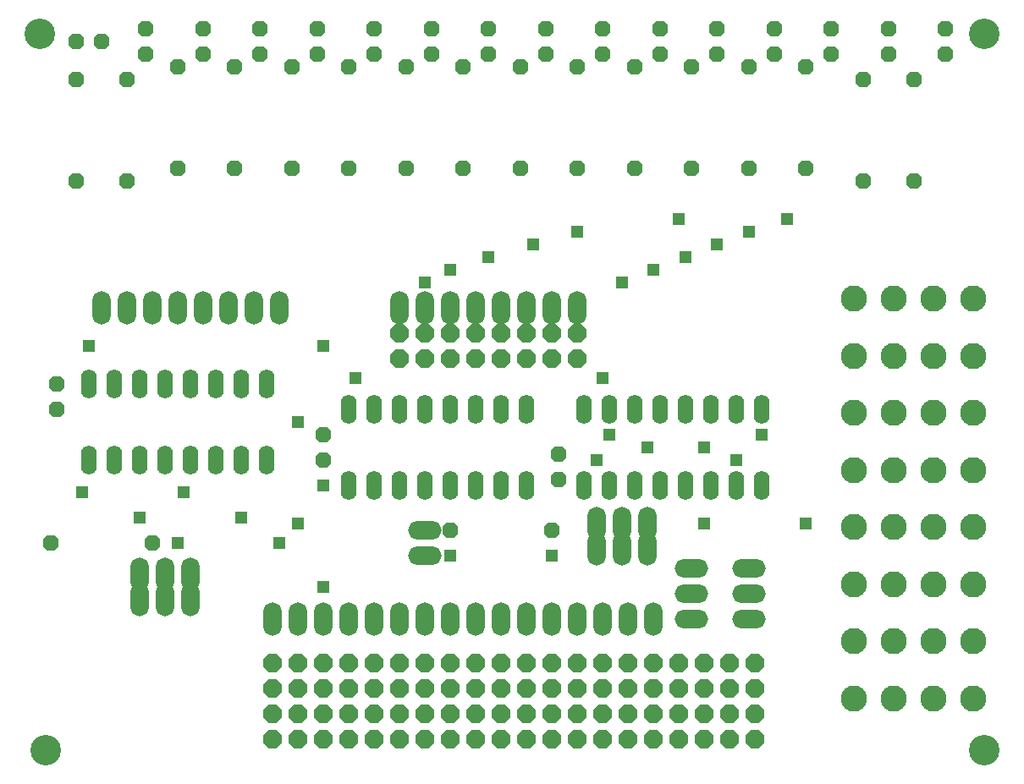
<source format=gbr>
G75*
G70*
%OFA0B0*%
%FSLAX24Y24*%
%IPPOS*%
%LPD*%
%AMOC8*
5,1,8,0,0,1.08239X$1,22.5*
%
%ADD10C,0.1200*%
%ADD11OC8,0.0720*%
%ADD12O,0.0720X0.1320*%
%ADD13OC8,0.0624*%
%ADD14O,0.1320X0.0720*%
%ADD15O,0.0624X0.1144*%
%ADD16C,0.1032*%
%ADD17R,0.0480X0.0480*%
D10*
X002252Y003663D03*
X002002Y031897D03*
X039223Y031897D03*
X039223Y003663D03*
D11*
X030177Y004088D03*
X029177Y004088D03*
X028177Y004088D03*
X027177Y004088D03*
X026177Y004088D03*
X025177Y004088D03*
X024177Y004088D03*
X023177Y004088D03*
X022177Y004088D03*
X021177Y004088D03*
X020177Y004088D03*
X019177Y004088D03*
X018177Y004088D03*
X017177Y004088D03*
X016177Y004088D03*
X015177Y004088D03*
X014177Y004088D03*
X013177Y004088D03*
X012177Y004088D03*
X011177Y004088D03*
X011177Y005088D03*
X012177Y005088D03*
X013177Y005088D03*
X014177Y005088D03*
X015177Y005088D03*
X016177Y005088D03*
X017177Y005088D03*
X018177Y005088D03*
X019177Y005088D03*
X020177Y005088D03*
X021177Y005088D03*
X022177Y005088D03*
X023177Y005088D03*
X024177Y005088D03*
X025177Y005088D03*
X026177Y005088D03*
X027177Y005088D03*
X028177Y005088D03*
X029177Y005088D03*
X030177Y005088D03*
X030177Y006088D03*
X029177Y006088D03*
X028177Y006088D03*
X027177Y006088D03*
X026177Y006088D03*
X025177Y006088D03*
X024177Y006088D03*
X023177Y006088D03*
X022177Y006088D03*
X021177Y006088D03*
X020177Y006088D03*
X019177Y006088D03*
X018177Y006088D03*
X017177Y006088D03*
X016177Y006088D03*
X015177Y006088D03*
X014177Y006088D03*
X013177Y006088D03*
X012177Y006088D03*
X011177Y006088D03*
X011177Y007088D03*
X012177Y007088D03*
X013177Y007088D03*
X014177Y007088D03*
X015177Y007088D03*
X016177Y007088D03*
X017177Y007088D03*
X018177Y007088D03*
X019177Y007088D03*
X020177Y007088D03*
X021177Y007088D03*
X022177Y007088D03*
X023177Y007088D03*
X024177Y007088D03*
X025177Y007088D03*
X026177Y007088D03*
X027177Y007088D03*
X028177Y007088D03*
X029177Y007088D03*
X030177Y007088D03*
X023177Y019088D03*
X022177Y019088D03*
X021177Y019088D03*
X020177Y019088D03*
X019177Y019088D03*
X018177Y019088D03*
X017177Y019088D03*
X016177Y019088D03*
X016177Y020088D03*
X017177Y020088D03*
X018177Y020088D03*
X019177Y020088D03*
X020177Y020088D03*
X021177Y020088D03*
X022177Y020088D03*
X023177Y020088D03*
D12*
X023177Y021088D03*
X022177Y021088D03*
X021177Y021088D03*
X020177Y021088D03*
X019177Y021088D03*
X018177Y021088D03*
X017177Y021088D03*
X016177Y021088D03*
X011427Y021088D03*
X010427Y021088D03*
X009427Y021088D03*
X008427Y021088D03*
X007427Y021088D03*
X006427Y021088D03*
X005427Y021088D03*
X004427Y021088D03*
X005927Y010588D03*
X006927Y010588D03*
X006927Y009588D03*
X005927Y009588D03*
X007927Y009588D03*
X007927Y010588D03*
X011177Y008838D03*
X012177Y008838D03*
X013177Y008838D03*
X014177Y008838D03*
X015177Y008838D03*
X016177Y008838D03*
X017177Y008838D03*
X018177Y008838D03*
X019177Y008838D03*
X020177Y008838D03*
X021177Y008838D03*
X022177Y008838D03*
X023177Y008838D03*
X024177Y008838D03*
X025177Y008838D03*
X026177Y008838D03*
X025927Y011588D03*
X024927Y011588D03*
X023927Y011588D03*
X023927Y012588D03*
X024927Y012588D03*
X025927Y012588D03*
D13*
X022427Y014338D03*
X022427Y015338D03*
X022177Y012338D03*
X018177Y012338D03*
X013177Y015088D03*
X013177Y016088D03*
X006427Y011838D03*
X002427Y011838D03*
X002677Y017088D03*
X002677Y018088D03*
X003427Y026088D03*
X005427Y026088D03*
X007427Y026588D03*
X009677Y026588D03*
X011927Y026588D03*
X014177Y026588D03*
X016427Y026588D03*
X018677Y026588D03*
X020927Y026588D03*
X023177Y026588D03*
X025427Y026588D03*
X027677Y026588D03*
X029927Y026588D03*
X032177Y026588D03*
X034427Y026088D03*
X036427Y026088D03*
X036427Y030088D03*
X035427Y031088D03*
X035427Y032088D03*
X033177Y032088D03*
X033177Y031088D03*
X032177Y030588D03*
X030927Y031088D03*
X030927Y032088D03*
X029927Y030588D03*
X028677Y031088D03*
X027677Y030588D03*
X026427Y031088D03*
X026427Y032088D03*
X025427Y030588D03*
X024177Y031088D03*
X023177Y030588D03*
X021927Y031088D03*
X021927Y032088D03*
X020927Y030588D03*
X019677Y031088D03*
X018677Y030588D03*
X017427Y031088D03*
X017427Y032088D03*
X016427Y030588D03*
X015177Y031088D03*
X014177Y030588D03*
X012927Y031088D03*
X012927Y032088D03*
X011927Y030588D03*
X010677Y031088D03*
X009677Y030588D03*
X008427Y031088D03*
X007427Y030588D03*
X006177Y031088D03*
X006177Y032088D03*
X004427Y031588D03*
X003427Y031588D03*
X003427Y030088D03*
X005427Y030088D03*
X008427Y032088D03*
X010677Y032088D03*
X015177Y032088D03*
X019677Y032088D03*
X024177Y032088D03*
X028677Y032088D03*
X034427Y030088D03*
X037677Y031088D03*
X037677Y032088D03*
D14*
X017177Y012338D03*
X017177Y011338D03*
X027677Y010838D03*
X027677Y009838D03*
X027677Y008838D03*
X029927Y008838D03*
X029927Y009838D03*
X029927Y010838D03*
D15*
X029427Y014088D03*
X030427Y014088D03*
X028427Y014088D03*
X027427Y014088D03*
X026427Y014088D03*
X025427Y014088D03*
X024427Y014088D03*
X023427Y014088D03*
X021177Y014088D03*
X020177Y014088D03*
X019177Y014088D03*
X018177Y014088D03*
X017177Y014088D03*
X016177Y014088D03*
X015177Y014088D03*
X014177Y014088D03*
X014177Y017088D03*
X015177Y017088D03*
X016177Y017088D03*
X017177Y017088D03*
X018177Y017088D03*
X019177Y017088D03*
X020177Y017088D03*
X021177Y017088D03*
X023427Y017088D03*
X024427Y017088D03*
X025427Y017088D03*
X026427Y017088D03*
X027427Y017088D03*
X028427Y017088D03*
X029427Y017088D03*
X030427Y017088D03*
X010927Y018088D03*
X009927Y018088D03*
X008927Y018088D03*
X007927Y018088D03*
X006927Y018088D03*
X005927Y018088D03*
X004927Y018088D03*
X003927Y018088D03*
X003927Y015088D03*
X004927Y015088D03*
X005927Y015088D03*
X006927Y015088D03*
X007927Y015088D03*
X008927Y015088D03*
X009927Y015088D03*
X010927Y015088D03*
D16*
X034065Y014695D03*
X035640Y014695D03*
X037215Y014695D03*
X038789Y014695D03*
X038789Y012445D03*
X037215Y012445D03*
X035640Y012445D03*
X034065Y012445D03*
X034065Y010195D03*
X035640Y010195D03*
X037215Y010195D03*
X038789Y010195D03*
X038789Y007945D03*
X037215Y007945D03*
X035640Y007945D03*
X034065Y007945D03*
X034065Y005695D03*
X035640Y005695D03*
X037215Y005695D03*
X038789Y005695D03*
X038789Y016945D03*
X037215Y016945D03*
X035640Y016945D03*
X034065Y016945D03*
X034065Y019195D03*
X035640Y019195D03*
X037215Y019195D03*
X038789Y019195D03*
X038789Y021445D03*
X037215Y021445D03*
X035640Y021445D03*
X034065Y021445D03*
D17*
X031427Y024588D03*
X029927Y024088D03*
X028677Y023588D03*
X027427Y023088D03*
X026177Y022588D03*
X024927Y022088D03*
X023177Y024088D03*
X021427Y023588D03*
X019677Y023088D03*
X018177Y022588D03*
X017177Y022088D03*
X013177Y019588D03*
X014427Y018338D03*
X012177Y016588D03*
X013177Y014088D03*
X012177Y012588D03*
X011427Y011838D03*
X009927Y012838D03*
X007677Y013838D03*
X005927Y012838D03*
X007427Y011838D03*
X003677Y013838D03*
X003927Y019588D03*
X013177Y010088D03*
X018177Y011338D03*
X022177Y011338D03*
X023927Y015088D03*
X024427Y016088D03*
X025927Y015588D03*
X028177Y015588D03*
X029427Y015088D03*
X030427Y016088D03*
X032177Y012588D03*
X028177Y012588D03*
X024177Y018338D03*
X027177Y024588D03*
M02*

</source>
